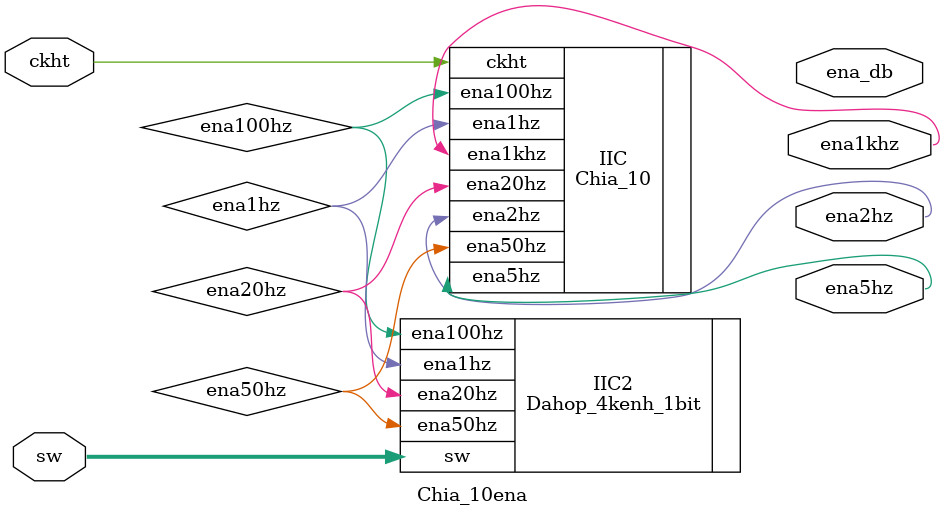
<source format=v>
`timescale 1ns / 1ps


module Chia_10ena(
    input   ckht,
    input   [1:0] sw,
    output  ena2hz, ena5hz, ena1khz, ena_db
    );

wire ena1hz;
wire ena20hz;
wire ena50hz;
wire ena100hz;
    
Chia_10     IIC (
            .ckht(ckht),
            .ena2hz(ena2hz),
            .ena5hz(ena5hz),
            .ena1khz(ena1khz),
            .ena1hz(ena1hz),
            .ena20hz(ena20hz),
            .ena50hz(ena50hz),
            .ena100hz(ena100hz)
            );

Dahop_4kenh_1bit    IIC2    (
            .ena1hz(ena1hz),
            .ena20hz(ena20hz),
            .ena50hz(ena50hz),
            .ena100hz(ena100hz),
            .sw(sw[1:0])
            );
endmodule

</source>
